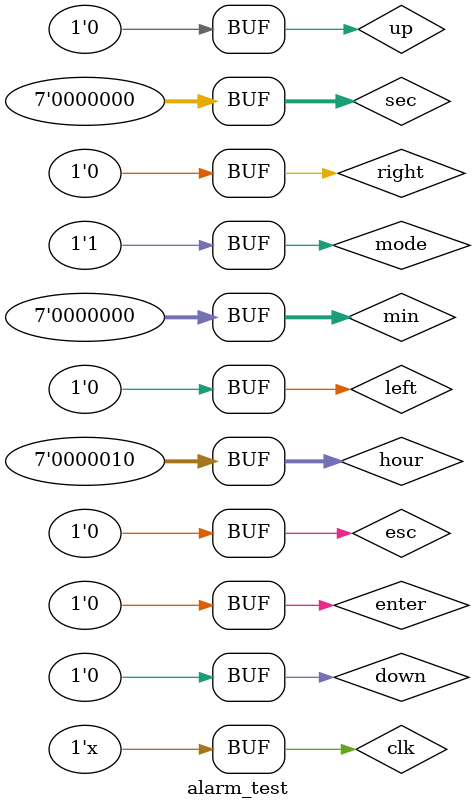
<source format=v>
`timescale 1ns / 1ps


module alarm_test;

	// Inputs
	reg up;
	reg down;
	reg left;
	reg right;
	reg enter;
	reg esc;
	reg clk;
	reg mode;
	reg [6:0] hour;
	reg [6:0] min;
	reg [6:0] sec;

	// Outputs
	wire [47:0] out;
	wire alm;
	wire norm;

	// Instantiate the Unit Under Test (UUT)
	alarm uut (
		.up(up), 
		.down(down), 
		.left(left), 
		.right(right), 
		.enter(enter), 
		.esc(esc), 
		.clk(clk), 
		.mode(mode), 
		.hour(hour), 
		.min(min), 
		.sec(sec), 
		.out(out), 
		.alm(alm), 
		.norm(norm)
	);

	initial begin
		// Initialize Inputs
		up = 0;
		down = 0;
		left = 0;
		right = 0;
		enter = 0;
		esc = 0;
		clk = 0;
		mode = 1;
		hour = 15;
		min = 39;
		sec = 45;

		#1000 enter = 1;
		#1000 enter = 0;
		#1000 up = 1;
		#1000 up = 0;
		#1000 up = 1;
		#1000 up = 0;
		#1000 esc = 1;
		#1000 esc = 0;
		#1000 up = 1;
		#1000 up = 0;
		
		#10000 hour = 2; min = 0; sec = 0;
		#70000 esc = 1; #100 esc = 0;
	end
	
	always #0.01 clk = ~clk;
      
endmodule


</source>
